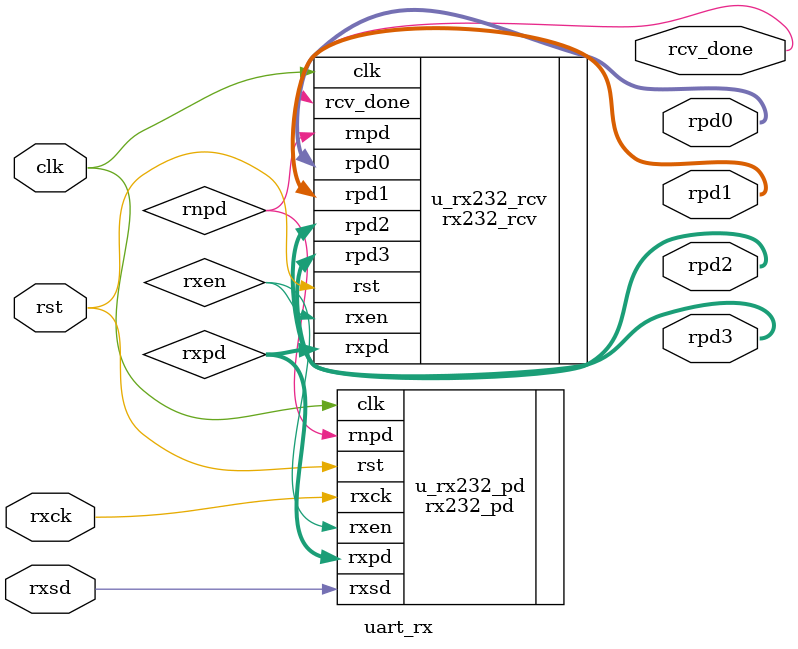
<source format=v>
module uart_rx(
    input   rst,clk,
    input   rxck,rxsd,
    output  rcv_done,
    output  [7:0] rpd0,rpd1,rpd2,rpd3
    );

wire rxen,rnpd;
wire [7:0] rxpd;

    
rx232_pd u_rx232_pd
(
.rst    (rst    ),
.clk    (clk    ),
.rxck   (rxck   ),
.rxsd   (rxsd   ),
//
.rxen   (rxen   ),
.rnpd   (rnpd   ),
.rxpd   (rxpd   )
);
    
rx232_rcv u_rx232_rcv
(
.rst        (rst    ),
.clk        (clk    ),
.rxen       (rxen   ),
.rnpd       (rnpd   ),
.rxpd       (rxpd   ),
//
.rcv_done   (rcv_done   ),
.rpd0       (rpd0       ),
.rpd1       (rpd1       ),
.rpd2       (rpd2       ),
.rpd3       (rpd3       )
);
    
endmodule

</source>
